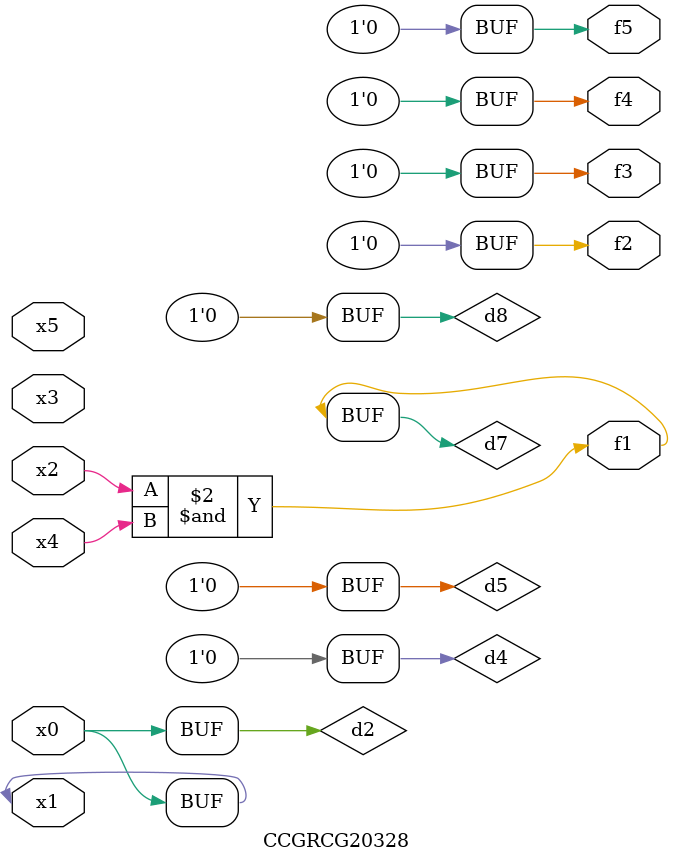
<source format=v>
module CCGRCG20328(
	input x0, x1, x2, x3, x4, x5,
	output f1, f2, f3, f4, f5
);

	wire d1, d2, d3, d4, d5, d6, d7, d8, d9;

	nand (d1, x1);
	buf (d2, x0, x1);
	nand (d3, x2, x4);
	and (d4, d1, d2);
	and (d5, d1, d2);
	nand (d6, d1, d3);
	not (d7, d3);
	xor (d8, d5);
	nor (d9, d5, d6);
	assign f1 = d7;
	assign f2 = d8;
	assign f3 = d8;
	assign f4 = d8;
	assign f5 = d8;
endmodule

</source>
